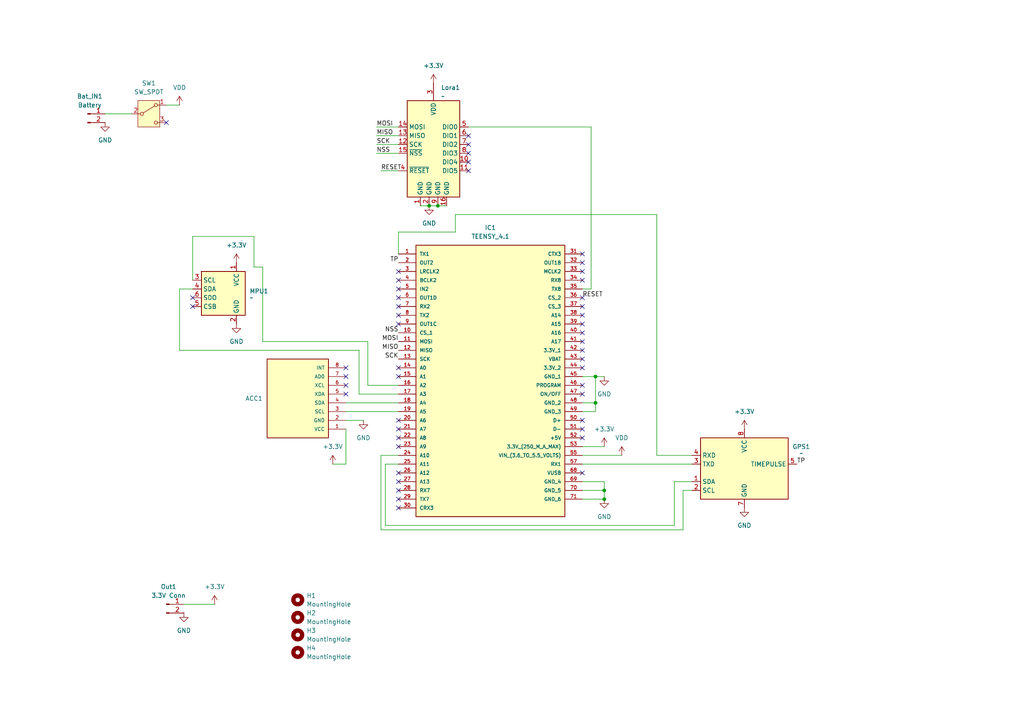
<source format=kicad_sch>
(kicad_sch (version 20231120) (generator "eeschema") (generator_version "8.0")
  (paper "A4")
  (lib_symbols
    (symbol "Connector:Conn_01x02_Pin" (pin_names (offset 1.016) hide)
      (property "Reference" "J" (at 0 2.54 0))
      (property "Value" "Conn_01x02_Pin" (at 0 -5.08 0))
      (symbol "Conn_01x02_Pin_1_1"
        (polyline (pts (xy 1.27 -2.54) (xy 0.8636 -2.54)) (stroke (width 0.1524)))
        (polyline (pts (xy 1.27 0) (xy 0.8636 0)) (stroke (width 0.1524)))
        (rectangle (start 0.8636 -2.413) (end 0 -2.667) (stroke (width 0.1524)) (fill (type outline)))
        (rectangle (start 0.8636 0.127) (end 0 -0.127) (stroke (width 0.1524)) (fill (type outline)))
        (pin passive line (at 5.08 0 180) (length 3.81) (name "Pin_1") (number "1"))
        (pin passive line (at 5.08 -2.54 180) (length 3.81) (name "Pin_2") (number "2"))
      )
    )
    (symbol "GY-521:GY-521" (pin_names (offset 1.016))
      (property "Reference" "ACC" (at -9.652 11.938 0))
      (symbol "GY-521_0_1"
        (rectangle (start -11.43 11.43) (end 6.35 -11.43) (stroke (width 0.254)) (fill (type background)))
      )
      (symbol "GY-521_1_0"
        (pin power_in line (at -16.51 8.89 0) (length 5.08) (name "VCC") (number "1"))
        (pin power_in line (at -16.51 6.35 0) (length 5.08) (name "GND") (number "2"))
        (pin bidirectional line (at -16.51 3.81 0) (length 5.08) (name "SCL") (number "3"))
        (pin bidirectional line (at -16.51 1.27 0) (length 5.08) (name "SDA") (number "4"))
        (pin bidirectional line (at -16.51 -1.27 0) (length 5.08) (name "XDA") (number "5"))
        (pin bidirectional line (at -16.51 -3.81 0) (length 5.08) (name "XCL") (number "6"))
        (pin bidirectional line (at -16.51 -6.35 0) (length 5.08) (name "AD0") (number "7"))
        (pin bidirectional line (at -16.51 -8.89 0) (length 5.08) (name "INT") (number "8"))
      )
    )
    (symbol "Mechanical:MountingHole" (pin_names (offset 1.016)) (exclude_from_sim yes) (in_bom no)
      (property "Reference" "H" (at 0 5.08 0))
      (property "Value" "MountingHole" (at 0 3.175 0))
      (symbol "MountingHole_0_1"
        (circle (center 0 0) (radius 1.27) (stroke (width 1.27)))
      )
    )
    (symbol "Panthera components:Ai-Thinker_Ra-02_breakout_board"
      (property "Reference" "U1" (at 2.1941 16.51 0))
      (property "Value" "~" (at 2.1941 13.97 0))
      (symbol "Ai-Thinker_Ra-02_breakout_board_0_1"
        (rectangle (start -7.62 12.7) (end 7.62 -15.24) (stroke (width 0.254)) (fill (type background)))
      )
      (symbol "Ai-Thinker_Ra-02_breakout_board_1_1"
        (pin passive line (at -3.81 -17.78 90) (length 2.54) (name "GND") (number "1"))
        (pin bidirectional line (at 10.16 -5.08 180) (length 2.54) (name "DIO4") (number "10"))
        (pin bidirectional line (at 10.16 -7.62 180) (length 2.54) (name "DIO5") (number "11"))
        (pin input line (at -10.16 0 0) (length 2.54) (name "SCK") (number "12"))
        (pin output line (at -10.16 2.54 0) (length 2.54) (name "MISO") (number "13"))
        (pin input line (at -10.16 5.08 0) (length 2.54) (name "MOSI") (number "14"))
        (pin input line (at -10.16 -2.54 0) (length 2.54) (name "~{NSS}") (number "15"))
        (pin passive line (at 3.81 -17.78 90) (length 2.54) (name "GND") (number "16"))
        (pin power_in line (at -1.27 -17.78 90) (length 2.54) (name "GND") (number "2"))
        (pin power_in line (at 0 17.78 270) (length 5.08) (name "VDD") (number "3"))
        (pin input line (at -10.16 -7.62 0) (length 2.54) (name "~{RESET}") (number "4"))
        (pin bidirectional line (at 10.16 5.08 180) (length 2.54) (name "DIO0") (number "5"))
        (pin bidirectional line (at 10.16 2.54 180) (length 2.54) (name "DIO1") (number "6"))
        (pin bidirectional line (at 10.16 0 180) (length 2.54) (name "DIO2") (number "7"))
        (pin bidirectional line (at 10.16 -2.54 180) (length 2.54) (name "DIO3") (number "8"))
        (pin passive line (at 1.27 -17.78 90) (length 2.54) (name "GND") (number "9"))
      )
    )
    (symbol "Panthera components:BMP280_breakout_board"
      (property "Reference" "U" (at -5.588 8.636 0))
      (symbol "BMP280_breakout_board_0_1"
        (rectangle (start -6.35 -6.35) (end 6.35 6.35) (stroke (width 0.254)) (fill (type background)))
      )
      (symbol "BMP280_breakout_board_1_1"
        (pin power_in line (at 3.81 8.89 270) (length 2.54) (name "VCC") (number "1"))
        (pin power_in line (at 3.81 -8.89 90) (length 2.54) (name "GND") (number "2"))
        (pin input line (at -8.89 3.81 0) (length 2.54) (name "SCL") (number "3"))
        (pin bidirectional line (at -8.89 1.27 0) (length 2.54) (name "SDA") (number "4"))
        (pin input line (at -8.89 -3.81 0) (length 2.54) (name "CSB") (number "5"))
        (pin bidirectional line (at -8.89 -1.27 0) (length 2.54) (name "SDO") (number "6"))
      )
    )
    (symbol "Panthera components:MAX-M8Q-0-10_breakout_board"
      (property "Reference" "U" (at 6.096 18.542 0))
      (symbol "MAX-M8Q-0-10_breakout_board_0_1"
        (rectangle (start -12.7 15.24) (end 12.7 -2.54) (stroke (width 0.254)) (fill (type background)))
      )
      (symbol "MAX-M8Q-0-10_breakout_board_1_1"
        (pin bidirectional line (at -15.24 2.54 0) (length 2.54) (name "SDA") (number "1"))
        (pin input line (at -15.24 0 0) (length 2.54) (name "SCL") (number "2"))
        (pin output line (at -15.24 7.62 0) (length 2.54) (name "TXD") (number "3"))
        (pin input line (at -15.24 10.16 0) (length 2.54) (name "RXD") (number "4"))
        (pin output line (at 15.24 7.62 180) (length 2.54) (name "TIMEPULSE") (number "5"))
        (pin no_connect line (at 12.7 10.16 180) (length 2.54) hide (name "NC") (number "6"))
        (pin power_in line (at 0 -5.08 90) (length 2.54) (name "GND") (number "7"))
        (pin power_in line (at 0 17.78 270) (length 2.54) (name "VCC") (number "8"))
      )
    )
    (symbol "Switch:SW_SPDT" (pin_names (offset 0) hide)
      (property "Reference" "SW" (at 0 5.08 0))
      (property "Value" "SW_SPDT" (at 0 -5.08 0))
      (symbol "SW_SPDT_0_1"
        (circle (center -2.032 0) (radius 0.4572))
        (polyline (pts (xy -1.651 0.254) (xy 1.651 2.286)))
        (circle (center 2.032 -2.54) (radius 0.4572))
        (circle (center 2.032 2.54) (radius 0.4572))
      )
      (symbol "SW_SPDT_1_1"
        (rectangle (start -3.175 3.81) (end 3.175 -3.81) (fill (type background)))
        (pin passive line (at 5.08 2.54 180) (length 2.54) (name "A") (number "1"))
        (pin passive line (at -5.08 0 0) (length 2.54) (name "B") (number "2"))
        (pin passive line (at 5.08 -2.54 180) (length 2.54) (name "C") (number "3"))
      )
    )
    (symbol "TEENSY_4.1:TEENSY_4.1" (pin_names (offset 1.016))
      (property "Reference" "IC" (at 49.53 7.62 0))
      (property "Value" "TEENSY_4.1" (at 49.53 5.08 0))
      (symbol "TEENSY_4.1_0_0"
        (rectangle (start 5.08 -76.2) (end 48.26 2.54) (stroke (width 0.254)) (fill (type background)))
        (pin bidirectional line (at 0 0 0) (length 5.08) (name "TX1") (number "1"))
        (pin bidirectional line (at 0 -22.86 0) (length 5.08) (name "CS_1") (number "10"))
        (pin bidirectional line (at 0 -25.4 0) (length 5.08) (name "MOSI") (number "11"))
        (pin bidirectional line (at 0 -27.94 0) (length 5.08) (name "MISO") (number "12"))
        (pin bidirectional line (at 0 -30.48 0) (length 5.08) (name "SCK") (number "13"))
        (pin bidirectional line (at 0 -33.02 0) (length 5.08) (name "A0") (number "14"))
        (pin bidirectional line (at 0 -35.56 0) (length 5.08) (name "A1") (number "15"))
        (pin bidirectional line (at 0 -38.1 0) (length 5.08) (name "A2") (number "16"))
        (pin bidirectional line (at 0 -40.64 0) (length 5.08) (name "A3") (number "17"))
        (pin bidirectional line (at 0 -43.18 0) (length 5.08) (name "A4") (number "18"))
        (pin bidirectional line (at 0 -45.72 0) (length 5.08) (name "A5") (number "19"))
        (pin bidirectional line (at 0 -2.54 0) (length 5.08) (name "OUT2") (number "2"))
        (pin bidirectional line (at 0 -48.26 0) (length 5.08) (name "A6") (number "20"))
        (pin bidirectional line (at 0 -50.8 0) (length 5.08) (name "A7") (number "21"))
        (pin bidirectional line (at 0 -53.34 0) (length 5.08) (name "A8") (number "22"))
        (pin bidirectional line (at 0 -55.88 0) (length 5.08) (name "A9") (number "23"))
        (pin bidirectional line (at 0 -58.42 0) (length 5.08) (name "A10") (number "24"))
        (pin bidirectional line (at 0 -60.96 0) (length 5.08) (name "A11") (number "25"))
        (pin bidirectional line (at 0 -63.5 0) (length 5.08) (name "A12") (number "26"))
        (pin bidirectional line (at 0 -66.04 0) (length 5.08) (name "A13") (number "27"))
        (pin bidirectional line (at 0 -68.58 0) (length 5.08) (name "RX7") (number "28"))
        (pin bidirectional line (at 0 -71.12 0) (length 5.08) (name "TX7") (number "29"))
        (pin bidirectional line (at 0 -5.08 0) (length 5.08) (name "LRCLK2") (number "3"))
        (pin bidirectional line (at 0 -73.66 0) (length 5.08) (name "CRX3") (number "30"))
        (pin bidirectional line (at 53.34 0 180) (length 5.08) (name "CTX3") (number "31"))
        (pin bidirectional line (at 53.34 -2.54 180) (length 5.08) (name "OUT1B") (number "32"))
        (pin bidirectional line (at 53.34 -5.08 180) (length 5.08) (name "MCLK2") (number "33"))
        (pin bidirectional line (at 53.34 -7.62 180) (length 5.08) (name "RX8") (number "34"))
        (pin bidirectional line (at 53.34 -10.16 180) (length 5.08) (name "TX8") (number "35"))
        (pin bidirectional line (at 53.34 -12.7 180) (length 5.08) (name "CS_2") (number "36"))
        (pin bidirectional line (at 53.34 -15.24 180) (length 5.08) (name "CS_3") (number "37"))
        (pin bidirectional line (at 53.34 -17.78 180) (length 5.08) (name "A14") (number "38"))
        (pin bidirectional line (at 53.34 -20.32 180) (length 5.08) (name "A15") (number "39"))
        (pin bidirectional line (at 0 -7.62 0) (length 5.08) (name "BCLK2") (number "4"))
        (pin bidirectional line (at 53.34 -22.86 180) (length 5.08) (name "A16") (number "40"))
        (pin bidirectional line (at 53.34 -25.4 180) (length 5.08) (name "A17") (number "41"))
        (pin bidirectional line (at 53.34 -27.94 180) (length 5.08) (name "3.3V_1") (number "42"))
        (pin bidirectional line (at 53.34 -30.48 180) (length 5.08) (name "VBAT") (number "43"))
        (pin bidirectional line (at 53.34 -33.02 180) (length 5.08) (name "3.3V_2") (number "44"))
        (pin bidirectional line (at 53.34 -35.56 180) (length 5.08) (name "GND_1") (number "45"))
        (pin bidirectional line (at 53.34 -38.1 180) (length 5.08) (name "PROGRAM") (number "46"))
        (pin bidirectional line (at 53.34 -40.64 180) (length 5.08) (name "ON/OFF") (number "47"))
        (pin bidirectional line (at 53.34 -43.18 180) (length 5.08) (name "GND_2") (number "48"))
        (pin bidirectional line (at 53.34 -45.72 180) (length 5.08) (name "GND_3") (number "49"))
        (pin bidirectional line (at 0 -10.16 0) (length 5.08) (name "IN2") (number "5"))
        (pin bidirectional line (at 53.34 -48.26 180) (length 5.08) (name "D+") (number "50"))
        (pin bidirectional line (at 53.34 -50.8 180) (length 5.08) (name "D-") (number "51"))
        (pin bidirectional line (at 53.34 -53.34 180) (length 5.08) (name "+5V") (number "52"))
        (pin bidirectional line (at 53.34 -55.88 180) (length 5.08) (name "3.3V_(250_M_A_MAX)") (number "53"))
        (pin bidirectional line (at 53.34 -58.42 180) (length 5.08) (name "VIN_(3.6_TO_5.5_VOLTS)") (number "55"))
        (pin bidirectional line (at 53.34 -60.96 180) (length 5.08) (name "RX1") (number "57"))
        (pin bidirectional line (at 0 -12.7 0) (length 5.08) (name "OUT1D") (number "6"))
        (pin bidirectional line (at 53.34 -63.5 180) (length 5.08) (name "VUSB") (number "68"))
        (pin bidirectional line (at 53.34 -66.04 180) (length 5.08) (name "GND_4") (number "69"))
        (pin bidirectional line (at 0 -15.24 0) (length 5.08) (name "RX2") (number "7"))
        (pin bidirectional line (at 53.34 -68.58 180) (length 5.08) (name "GND_5") (number "70"))
        (pin bidirectional line (at 53.34 -71.12 180) (length 5.08) (name "GND_6") (number "71"))
        (pin bidirectional line (at 0 -17.78 0) (length 5.08) (name "TX2") (number "8"))
        (pin bidirectional line (at 0 -20.32 0) (length 5.08) (name "OUT1C") (number "9"))
      )
    )
    (symbol "power:+3.3V" (power) (pin_numbers hide) (pin_names (offset 0) hide)
      (property "Value" "+3.3V" (at 0 3.556 0))
      (symbol "+3.3V_0_1"
        (polyline (pts (xy -0.762 1.27) (xy 0 2.54)))
        (polyline (pts (xy 0 0) (xy 0 2.54)))
        (polyline (pts (xy 0 2.54) (xy 0.762 1.27)))
      )
      (symbol "+3.3V_1_1"
        (pin power_in line (at 0 0 90) (length 0) (name "~") (number "1"))
      )
    )
    (symbol "power:GND" (power) (pin_numbers hide) (pin_names (offset 0) hide)
      (property "Value" "GND" (at 0 -3.81 0))
      (symbol "GND_0_1"
        (polyline (pts (xy 0 0) (xy 0 -1.27) (xy 1.27 -1.27) (xy 0 -2.54) (xy -1.27 -1.27) (xy 0 -1.27)))
      )
      (symbol "GND_1_1"
        (pin power_in line (at 0 0 270) (length 0) (name "~") (number "1"))
      )
    )
    (symbol "power:VDD" (power) (pin_numbers hide) (pin_names (offset 0) hide)
      (property "Value" "VDD" (at 0 3.556 0))
      (symbol "VDD_0_1"
        (polyline (pts (xy -0.762 1.27) (xy 0 2.54)))
        (polyline (pts (xy 0 0) (xy 0 2.54)))
        (polyline (pts (xy 0 2.54) (xy 0.762 1.27)))
      )
      (symbol "VDD_1_1"
        (pin power_in line (at 0 0 90) (length 0) (name "~") (number "1"))
      )
    )
  )
  (junction (at 175.26 142.24))
  (junction (at 124.46 59.69))
  (junction (at 127 59.69))
  (junction (at 172.72 116.84))
  (junction (at 175.26 144.78))
  (junction (at 172.72 109.22))
  (no_connect (at 168.91 104.14))
  (no_connect (at 168.91 88.9))
  (no_connect (at 115.57 121.92))
  (no_connect (at 115.57 81.28))
  (no_connect (at 168.91 76.2))
  (no_connect (at 168.91 93.98))
  (no_connect (at 115.57 83.82))
  (no_connect (at 135.89 46.99))
  (no_connect (at 115.57 129.54))
  (no_connect (at 115.57 93.98))
  (no_connect (at 168.91 78.74))
  (no_connect (at 135.89 39.37))
  (no_connect (at 115.57 88.9))
  (no_connect (at 135.89 44.45))
  (no_connect (at 48.26 35.56))
  (no_connect (at 115.57 106.68))
  (no_connect (at 100.33 111.76))
  (no_connect (at 168.91 73.66))
  (no_connect (at 168.91 101.6))
  (no_connect (at 135.89 49.53))
  (no_connect (at 168.91 137.16))
  (no_connect (at 168.91 86.36))
  (no_connect (at 100.33 106.68))
  (no_connect (at 168.91 124.46))
  (no_connect (at 115.57 124.46))
  (no_connect (at 168.91 106.68))
  (no_connect (at 115.57 86.36))
  (no_connect (at 115.57 127))
  (no_connect (at 168.91 127))
  (no_connect (at 115.57 142.24))
  (no_connect (at 115.57 109.22))
  (no_connect (at 100.33 114.3))
  (no_connect (at 168.91 121.92))
  (no_connect (at 115.57 147.32))
  (no_connect (at 100.33 109.22))
  (no_connect (at 168.91 111.76))
  (no_connect (at 168.91 96.52))
  (no_connect (at 55.88 88.9))
  (no_connect (at 168.91 91.44))
  (no_connect (at 115.57 139.7))
  (no_connect (at 115.57 91.44))
  (no_connect (at 135.89 41.91))
  (no_connect (at 115.57 137.16))
  (no_connect (at 115.57 144.78))
  (no_connect (at 115.57 78.74))
  (no_connect (at 168.91 81.28))
  (no_connect (at 168.91 99.06))
  (no_connect (at 168.91 114.3))
  (no_connect (at 55.88 86.36))
  (wire (pts (xy 100.33 119.38) (xy 115.57 119.38)))
  (wire (pts (xy 127 59.69) (xy 129.54 59.69)))
  (wire (pts (xy 172.72 116.84) (xy 172.72 109.22)))
  (wire (pts (xy 172.72 109.22) (xy 175.26 109.22)))
  (wire (pts (xy 115.57 132.08) (xy 110.49 132.08)))
  (wire (pts (xy 132.08 62.23) (xy 190.5 62.23)))
  (wire (pts (xy 100.33 116.84) (xy 115.57 116.84)))
  (wire (pts (xy 53.34 175.26) (xy 62.23 175.26)))
  (wire (pts (xy 168.91 132.08) (xy 180.34 132.08)))
  (wire (pts (xy 109.22 44.45) (xy 115.57 44.45)))
  (wire (pts (xy 195.58 139.7) (xy 195.58 152.4)))
  (wire (pts (xy 190.5 62.23) (xy 190.5 132.08)))
  (wire (pts (xy 198.12 153.67) (xy 198.12 142.24)))
  (wire (pts (xy 106.68 99.06) (xy 106.68 111.76)))
  (wire (pts (xy 135.89 36.83) (xy 171.45 36.83)))
  (wire (pts (xy 168.91 116.84) (xy 172.72 116.84)))
  (wire (pts (xy 100.33 124.46) (xy 100.33 134.62)))
  (wire (pts (xy 76.2 77.47) (xy 76.2 99.06)))
  (wire (pts (xy 73.66 77.47) (xy 76.2 77.47)))
  (wire (pts (xy 115.57 73.66) (xy 115.57 67.31)))
  (wire (pts (xy 109.22 41.91) (xy 115.57 41.91)))
  (wire (pts (xy 124.46 59.69) (xy 127 59.69)))
  (wire (pts (xy 168.91 139.7) (xy 175.26 139.7)))
  (wire (pts (xy 198.12 142.24) (xy 200.66 142.24)))
  (wire (pts (xy 168.91 142.24) (xy 175.26 142.24)))
  (wire (pts (xy 168.91 144.78) (xy 175.26 144.78)))
  (wire (pts (xy 105.41 121.92) (xy 100.33 121.92)))
  (wire (pts (xy 171.45 36.83) (xy 171.45 83.82)))
  (wire (pts (xy 121.92 59.69) (xy 124.46 59.69)))
  (wire (pts (xy 110.49 132.08) (xy 110.49 153.67)))
  (wire (pts (xy 200.66 139.7) (xy 195.58 139.7)))
  (wire (pts (xy 168.91 129.54) (xy 175.26 129.54)))
  (wire (pts (xy 96.52 134.62) (xy 100.33 134.62)))
  (wire (pts (xy 110.49 153.67) (xy 198.12 153.67)))
  (wire (pts (xy 73.66 68.58) (xy 73.66 77.47)))
  (wire (pts (xy 52.07 101.6) (xy 52.07 83.82)))
  (wire (pts (xy 168.91 134.62) (xy 200.66 134.62)))
  (wire (pts (xy 55.88 81.28) (xy 55.88 68.58)))
  (wire (pts (xy 132.08 67.31) (xy 132.08 62.23)))
  (wire (pts (xy 76.2 99.06) (xy 106.68 99.06)))
  (wire (pts (xy 111.76 134.62) (xy 115.57 134.62)))
  (wire (pts (xy 52.07 30.48) (xy 48.26 30.48)))
  (wire (pts (xy 172.72 116.84) (xy 172.72 119.38)))
  (wire (pts (xy 168.91 83.82) (xy 171.45 83.82)))
  (wire (pts (xy 168.91 109.22) (xy 172.72 109.22)))
  (wire (pts (xy 195.58 152.4) (xy 111.76 152.4)))
  (wire (pts (xy 175.26 144.78) (xy 175.26 142.24)))
  (wire (pts (xy 52.07 83.82) (xy 55.88 83.82)))
  (wire (pts (xy 111.76 152.4) (xy 111.76 134.62)))
  (wire (pts (xy 30.48 33.02) (xy 38.1 33.02)))
  (wire (pts (xy 190.5 132.08) (xy 200.66 132.08)))
  (wire (pts (xy 104.14 114.3) (xy 104.14 101.6)))
  (wire (pts (xy 106.68 111.76) (xy 115.57 111.76)))
  (wire (pts (xy 109.22 39.37) (xy 115.57 39.37)))
  (wire (pts (xy 115.57 49.53) (xy 110.49 49.53)))
  (wire (pts (xy 115.57 67.31) (xy 132.08 67.31)))
  (wire (pts (xy 168.91 119.38) (xy 172.72 119.38)))
  (wire (pts (xy 104.14 101.6) (xy 52.07 101.6)))
  (wire (pts (xy 55.88 68.58) (xy 73.66 68.58)))
  (wire (pts (xy 175.26 142.24) (xy 175.26 139.7)))
  (wire (pts (xy 109.22 36.83) (xy 115.57 36.83)))
  (wire (pts (xy 115.57 114.3) (xy 104.14 114.3)))
  (label "MOSI" (at 109.22 36.83 0))
  (label "NSS" (at 115.57 96.52 180))
  (label "SCK" (at 109.22 41.91 0))
  (label "RESET" (at 168.91 86.36 0))
  (label "MOSI" (at 115.57 99.06 180))
  (label "NSS" (at 109.22 44.45 0))
  (label "RESET" (at 110.49 49.53 0))
  (label "MISO" (at 115.57 101.6 180))
  (label "MISO" (at 109.22 39.37 0))
  (label "TP" (at 231.14 134.62 0))
  (label "TP" (at 115.57 76.2 180))
  (label "SCK" (at 115.57 104.14 180))
  (symbol (lib_id "power:+3.3V") (at 68.58 76.2 0) (unit 1)
    (property "Reference" "#PWR013" (effects (hide yes)))
    (property "Value" "+3.3V" (at 68.58 71.12 0))
    (property "Description" "Power symbol creates a global label with name \"+3.3V\"" (effects (hide yes)))
  )
  (symbol (lib_id "Mechanical:MountingHole") (at 86.36 189.23 0) (unit 1) (exclude_from_sim yes) (in_bom no)
    (property "Reference" "H4" (at 88.9 187.9599 0) (effects (justify left)))
    (property "Value" "MountingHole" (at 88.9 190.4999 0) (effects (justify left)))
    (property "Footprint" "MountingHole:MountingHole_2.2mm_M2" (effects (hide yes)))
    (property "Description" "Mounting Hole without connection" (effects (hide yes)))
  )
  (symbol (lib_id "power:GND") (at 68.58 93.98 0) (unit 1)
    (property "Reference" "#PWR03" (effects (hide yes)))
    (property "Value" "GND" (at 68.58 99.06 0))
    (property "Description" "Power symbol creates a global label with name \"GND\" , ground" (effects (hide yes)))
  )
  (symbol (lib_id "TEENSY_4.1:TEENSY_4.1") (at 115.57 73.66 0) (unit 1)
    (property "Reference" "IC1" (at 142.24 66.04 0))
    (property "Value" "TEENSY_4.1" (at 142.24 68.58 0))
    (property "Footprint" "TEENSY_4.1:TEENSY41" (effects (hide yes)))
    (property "Manufacturer_Name" "PJRC" (effects (hide yes)))
    (property "MF" "PJRC" (effects (hide yes)))
    (property "Description_1" "\n                        \n                            \n                        \n" (effects (hide yes)))
    (property "Price" "None" (effects (hide yes)))
    (property "Package" "None" (effects (hide yes)))
    (property "Check_prices" "https://www.snapeda.com/parts/Teensy%204.1/PJRC/view-part/?ref=eda" (effects (hide yes)))
    (property "Height" "mm" (effects (hide yes)))
    (property "MP" "Teensy 4.1" (effects (hide yes)))
    (property "SnapEDA_Link" "https://www.snapeda.com/parts/Teensy%204.1/PJRC/view-part/?ref=snap" (effects (hide yes)))
    (property "Availability" "Not in stock" (effects (hide yes)))
    (property "Manufacturer_Part_Number" "TEENSY 4.1" (effects (hide yes)))
  )
  (symbol (lib_id "Panthera components:MAX-M8Q-0-10_breakout_board") (at 215.9 142.24 0) (unit 1)
    (property "Reference" "GPS1" (at 232.41 129.5714 0))
    (property "Value" "~" (at 232.41 131.4765 0))
    (property "Footprint" "Panthera:MAX-M8Q-0-10 breakout board" (effects (hide yes)))
  )
  (symbol (lib_id "power:GND") (at 215.9 147.32 0) (unit 1)
    (property "Reference" "#PWR04" (effects (hide yes)))
    (property "Value" "GND" (at 215.9 152.4 0))
    (property "Description" "Power symbol creates a global label with name \"GND\" , ground" (effects (hide yes)))
  )
  (symbol (lib_id "power:+3.3V") (at 62.23 175.26 0) (unit 1)
    (property "Reference" "#PWR018" (effects (hide yes)))
    (property "Value" "+3.3V" (at 62.23 170.18 0))
    (property "Description" "Power symbol creates a global label with name \"+3.3V\"" (effects (hide yes)))
  )
  (symbol (lib_id "Mechanical:MountingHole") (at 86.36 184.15 0) (unit 1) (exclude_from_sim yes) (in_bom no)
    (property "Reference" "H3" (at 88.9 182.8799 0) (effects (justify left)))
    (property "Value" "MountingHole" (at 88.9 185.4199 0) (effects (justify left)))
    (property "Footprint" "MountingHole:MountingHole_2.2mm_M2" (effects (hide yes)))
    (property "Description" "Mounting Hole without connection" (effects (hide yes)))
  )
  (symbol (lib_id "power:GND") (at 30.48 35.56 0) (unit 1)
    (property "Reference" "#PWR016" (effects (hide yes)))
    (property "Value" "GND" (at 30.48 40.64 0))
    (property "Description" "Power symbol creates a global label with name \"GND\" , ground" (effects (hide yes)))
  )
  (symbol (lib_id "Panthera components:BMP280_breakout_board") (at 64.77 85.09 0) (unit 1)
    (property "Reference" "MPU1" (at 72.39 84.4549 0) (effects (justify left)))
    (property "Value" "~" (at 72.39 86.36 0) (effects (justify left)))
    (property "Footprint" "Panthera:BMP280 breakout board" (effects (hide yes)))
  )
  (symbol (lib_id "power:GND") (at 53.34 177.8 0) (unit 1)
    (property "Reference" "#PWR017" (effects (hide yes)))
    (property "Value" "GND" (at 53.34 182.88 0))
    (property "Description" "Power symbol creates a global label with name \"GND\" , ground" (effects (hide yes)))
  )
  (symbol (lib_id "Mechanical:MountingHole") (at 86.36 179.07 0) (unit 1) (exclude_from_sim yes) (in_bom no)
    (property "Reference" "H2" (at 88.9 177.7999 0) (effects (justify left)))
    (property "Value" "MountingHole" (at 88.9 180.3399 0) (effects (justify left)))
    (property "Footprint" "MountingHole:MountingHole_2.2mm_M2" (effects (hide yes)))
    (property "Description" "Mounting Hole without connection" (effects (hide yes)))
  )
  (symbol (lib_id "Switch:SW_SPDT") (at 43.18 33.02 0) (unit 1)
    (property "Reference" "SW1" (at 43.18 24.13 0))
    (property "Value" "SW_SPDT" (at 43.18 26.67 0))
    (property "Footprint" "Panthera:SK-12D07" (effects (hide yes)))
    (property "Description" "Switch, single pole double throw" (effects (hide yes)))
  )
  (symbol (lib_id "power:VDD") (at 180.34 132.08 0) (unit 1)
    (property "Reference" "#PWR015" (effects (hide yes)))
    (property "Value" "VDD" (at 180.34 127 0))
    (property "Description" "Power symbol creates a global label with name \"VDD\"" (effects (hide yes)))
  )
  (symbol (lib_id "GY-521:GY-521") (at 83.82 115.57 180) (unit 1)
    (property "Reference" "ACC1" (at 76.2 115.5701 0) (effects (justify left)))
    (property "Value" "GY-521" (effects (hide yes)))
    (property "Footprint" "Panthera:MPU6050" (effects (hide yes)))
  )
  (symbol (lib_id "power:+3.3V") (at 175.26 129.54 0) (unit 1)
    (property "Reference" "#PWR01" (effects (hide yes)))
    (property "Value" "+3.3V" (at 175.26 124.46 0))
    (property "Description" "Power symbol creates a global label with name \"+3.3V\"" (effects (hide yes)))
  )
  (symbol (lib_id "power:GND") (at 175.26 144.78 0) (unit 1)
    (property "Reference" "#PWR07" (effects (hide yes)))
    (property "Value" "GND" (at 175.26 149.86 0))
    (property "Description" "Power symbol creates a global label with name \"GND\" , ground" (effects (hide yes)))
  )
  (symbol (lib_id "Panthera components:Ai-Thinker_Ra-02_breakout_board") (at 125.73 41.91 0) (unit 1)
    (property "Reference" "Lora1" (at 127.9241 25.4 0) (effects (justify left)))
    (property "Value" "~" (at 127.9241 27.94 0) (effects (justify left)))
    (property "Footprint" "Panthera:Ai Thinker Ra-02 breakout board" (effects (hide yes)))
  )
  (symbol (lib_id "power:GND") (at 124.46 59.69 0) (unit 1)
    (property "Reference" "#PWR05" (effects (hide yes)))
    (property "Value" "GND" (at 124.46 64.77 0))
    (property "Description" "Power symbol creates a global label with name \"GND\" , ground" (effects (hide yes)))
  )
  (symbol (lib_id "power:+3.3V") (at 125.73 24.13 0) (unit 1)
    (property "Reference" "#PWR012" (effects (hide yes)))
    (property "Value" "+3.3V" (at 125.73 19.05 0))
    (property "Description" "Power symbol creates a global label with name \"+3.3V\"" (effects (hide yes)))
  )
  (symbol (lib_id "Connector:Conn_01x02_Pin") (at 48.26 175.26 0) (unit 1)
    (property "Reference" "Out1" (at 48.895 170.18 0))
    (property "Value" "3.3V Conn" (at 48.895 172.72 0))
    (property "Footprint" "Connector_PinHeader_2.54mm:PinHeader_1x02_P2.54mm_Vertical" (effects (hide yes)))
    (property "Description" "Generic connector, single row, 01x02, script generated" (effects (hide yes)))
  )
  (symbol (lib_id "power:+3.3V") (at 215.9 124.46 0) (unit 1)
    (property "Reference" "#PWR011" (effects (hide yes)))
    (property "Value" "+3.3V" (at 215.9 119.38 0))
    (property "Description" "Power symbol creates a global label with name \"+3.3V\"" (effects (hide yes)))
  )
  (symbol (lib_id "power:GND") (at 105.41 121.92 0) (unit 1)
    (property "Reference" "#PWR06" (effects (hide yes)))
    (property "Value" "GND" (at 105.41 127 0))
    (property "Description" "Power symbol creates a global label with name \"GND\" , ground" (effects (hide yes)))
  )
  (symbol (lib_id "power:VDD") (at 52.07 30.48 0) (unit 1)
    (property "Reference" "#PWR014" (effects (hide yes)))
    (property "Value" "VDD" (at 52.07 25.4 0))
    (property "Description" "Power symbol creates a global label with name \"VDD\"" (effects (hide yes)))
  )
  (symbol (lib_id "Mechanical:MountingHole") (at 86.36 173.99 0) (unit 1) (exclude_from_sim yes) (in_bom no)
    (property "Reference" "H1" (at 88.9 172.7199 0) (effects (justify left)))
    (property "Value" "MountingHole" (at 88.9 175.2599 0) (effects (justify left)))
    (property "Footprint" "MountingHole:MountingHole_2.2mm_M2" (effects (hide yes)))
    (property "Description" "Mounting Hole without connection" (effects (hide yes)))
  )
  (symbol (lib_id "power:GND") (at 175.26 109.22 0) (unit 1)
    (property "Reference" "#PWR02" (effects (hide yes)))
    (property "Value" "GND" (at 175.26 114.3 0))
    (property "Description" "Power symbol creates a global label with name \"GND\" , ground" (effects (hide yes)))
  )
  (symbol (lib_id "power:+3.3V") (at 96.52 134.62 0) (unit 1)
    (property "Reference" "#PWR08" (effects (hide yes)))
    (property "Value" "+3.3V" (at 96.52 129.54 0))
    (property "Description" "Power symbol creates a global label with name \"+3.3V\"" (effects (hide yes)))
  )
  (symbol (lib_id "Connector:Conn_01x02_Pin") (at 25.4 33.02 0) (unit 1)
    (property "Reference" "Bat_IN1" (at 26.035 27.94 0))
    (property "Value" "Battery" (at 26.035 30.48 0))
    (property "Footprint" "Connector_PinHeader_2.54mm:PinHeader_1x02_P2.54mm_Vertical" (effects (hide yes)))
    (property "Description" "Generic connector, single row, 01x02, script generated" (effects (hide yes)))
  )
)
</source>
